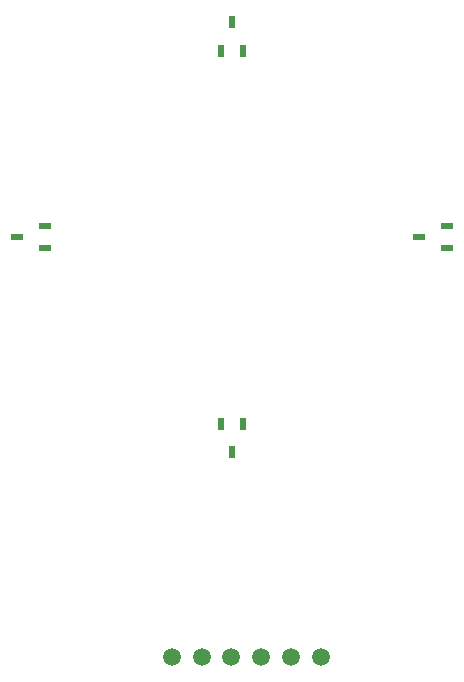
<source format=gbr>
%TF.GenerationSoftware,Altium Limited,Altium Designer,21.6.4 (81)*%
G04 Layer_Color=16711935*
%FSLAX43Y43*%
%MOMM*%
%TF.SameCoordinates,7E1728C7-8053-4159-852C-9F5DCDCDAABE*%
%TF.FilePolarity,Negative*%
%TF.FileFunction,Soldermask,Bot*%
%TF.Part,Single*%
G01*
G75*
%TA.AperFunction,SMDPad,CuDef*%
%ADD23R,0.620X1.020*%
%ADD24R,1.020X0.620*%
%TA.AperFunction,ComponentPad*%
%ADD25C,1.520*%
D23*
X-950Y-15800D02*
D03*
X950D02*
D03*
X0Y-18200D02*
D03*
X950Y15800D02*
D03*
X-950D02*
D03*
X0Y18200D02*
D03*
D24*
X-15800Y950D02*
D03*
Y-950D02*
D03*
X-18200Y0D02*
D03*
X18200Y950D02*
D03*
Y-950D02*
D03*
X15800Y0D02*
D03*
D25*
X-5110Y-35520D02*
D03*
X-2570D02*
D03*
X7540D02*
D03*
X5000D02*
D03*
X2460D02*
D03*
X-80D02*
D03*
%TF.MD5,eedc9f9b96c002d34abdce5db7ad5a25*%
M02*

</source>
